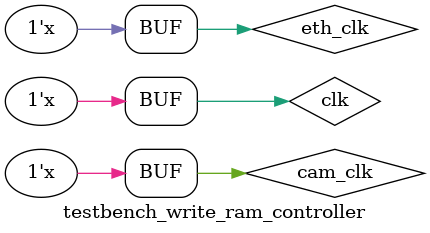
<source format=v>
`timescale 1ns/ 1ps

module testbench_write_ram_controller();

	reg clk;
	reg cam_clk;
	reg eth_clk;
	reg cam_reset;
	reg reset;
	
	wire [3:0] MII;
	wire MII_EN;
	
	wire eth_finish;
	
	wire ram_en_out;
	wire [10:0] ram_addr_out;
	wire [7:0] ram_data_in_out;
	wire [7:0] ram_data_out_out;
	
	wire [7:0] cam_data_out;
	wire pix_valid_out;
	wire frame_done_out;
	
	reg [20:0] cnt;
	
	wire [1:0] FSM_state;
	
	initial begin
		cnt = 0;
		clk = 0;
		eth_clk = 0;
		cam_clk = 0;
		reset = 1;
		cam_reset = 1;
	end
	
	write_ram_controller_for_testbench t
	(
		.reset(reset),
		.cam_reset(cam_reset),
		.clk_eth(eth_clk),
		.clk(clk),
		.clk_cam(cam_clk),
		.MII(MII),
		.MII_EN(MII_EN),
		.eth_finish(eth_finish),
		
		.ram_en_out(ram_en_out),
		.ram_addr_out(ram_addr_out),
		.ram_data_in_out(ram_data_in_out),
		.ram_data_out_out(ram_data_out_out),
		
		.cam_data_out(cam_data_out),
		.pix_valid_out(pix_valid_out),
		.frame_done_out(frame_done_out),
		
		.FSM_state(FSM_state)
		
	);

	
	initial
		begin
			clk = 0;
		end

	always
		#1 clk = !clk; //50 MHz
		
	always
		#2 eth_clk = !eth_clk; //25 MHz
		
	always
		#20 cam_clk = !cam_clk; //2.5 MHz
	
	always@ (posedge cam_clk) begin
		cnt <= cnt + 1;
		cam_reset <= 0;
		reset <= 0;
		if (cnt == 2) begin
			cam_reset <= 1;
			reset <= 1;
		end
	end
		
endmodule

</source>
